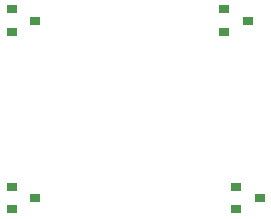
<source format=gtp>
G04 #@! TF.GenerationSoftware,KiCad,Pcbnew,(5.0.0-rc2-83-gda392728d)*
G04 #@! TF.CreationDate,2018-08-15T23:30:17-03:00*
G04 #@! TF.ProjectId,fb15,666231352E6B696361645F7063620000,rev?*
G04 #@! TF.SameCoordinates,Original*
G04 #@! TF.FileFunction,Paste,Top*
G04 #@! TF.FilePolarity,Positive*
%FSLAX46Y46*%
G04 Gerber Fmt 4.6, Leading zero omitted, Abs format (unit mm)*
G04 Created by KiCad (PCBNEW (5.0.0-rc2-83-gda392728d)) date 08/15/18 23:30:17*
%MOMM*%
%LPD*%
G01*
G04 APERTURE LIST*
%ADD10R,0.900000X0.800000*%
G04 APERTURE END LIST*
D10*
G04 #@! TO.C,Q1*
X188800000Y-113650000D03*
X188800000Y-115550000D03*
X190800000Y-114600000D03*
G04 #@! TD*
G04 #@! TO.C,Q2*
X207800000Y-113650000D03*
X207800000Y-115550000D03*
X209800000Y-114600000D03*
G04 #@! TD*
G04 #@! TO.C,Q3*
X190800000Y-99600000D03*
X188800000Y-100550000D03*
X188800000Y-98650000D03*
G04 #@! TD*
G04 #@! TO.C,Q4*
X208800000Y-99600000D03*
X206800000Y-100550000D03*
X206800000Y-98650000D03*
G04 #@! TD*
M02*

</source>
